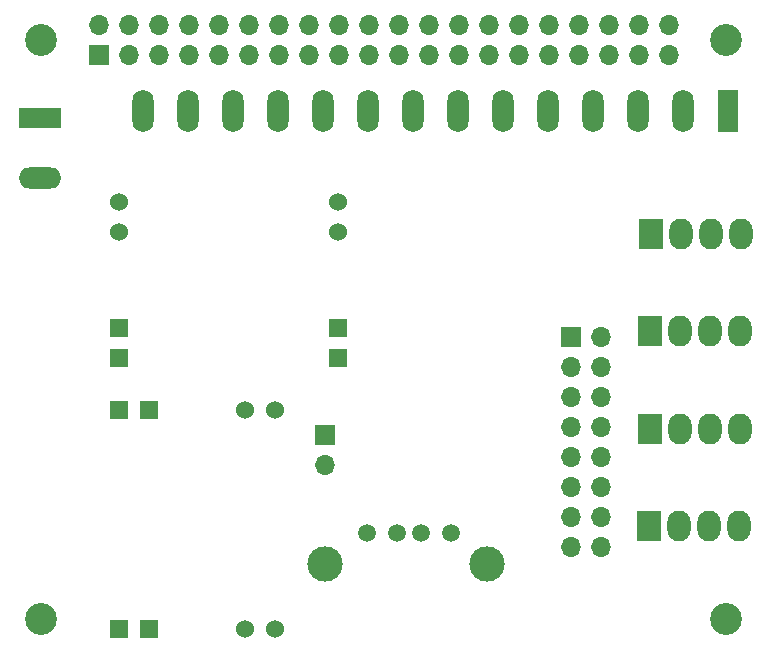
<source format=gbs>
G04 #@! TF.GenerationSoftware,KiCad,Pcbnew,(5.1.8)-1*
G04 #@! TF.CreationDate,2021-08-31T14:43:48+02:00*
G04 #@! TF.ProjectId,fanboard3,66616e62-6f61-4726-9433-2e6b69636164,rev?*
G04 #@! TF.SameCoordinates,Original*
G04 #@! TF.FileFunction,Soldermask,Bot*
G04 #@! TF.FilePolarity,Negative*
%FSLAX46Y46*%
G04 Gerber Fmt 4.6, Leading zero omitted, Abs format (unit mm)*
G04 Created by KiCad (PCBNEW (5.1.8)-1) date 2021-08-31 14:43:48*
%MOMM*%
%LPD*%
G01*
G04 APERTURE LIST*
%ADD10R,1.700000X1.700000*%
%ADD11O,1.700000X1.700000*%
%ADD12R,1.800000X3.600000*%
%ADD13O,1.800000X3.600000*%
%ADD14R,1.524000X1.524000*%
%ADD15C,1.524000*%
%ADD16C,1.500000*%
%ADD17C,3.000000*%
%ADD18R,2.000000X2.600000*%
%ADD19O,2.000000X2.600000*%
%ADD20R,3.600000X1.800000*%
%ADD21O,3.600000X1.800000*%
%ADD22C,2.700000*%
G04 APERTURE END LIST*
D10*
X248350000Y-122650000D03*
D11*
X250890000Y-122650000D03*
X248350000Y-125190000D03*
X250890000Y-125190000D03*
X248350000Y-127730000D03*
X250890000Y-127730000D03*
X248350000Y-130270000D03*
X250890000Y-130270000D03*
X248350000Y-132810000D03*
X250890000Y-132810000D03*
X248350000Y-135350000D03*
X250890000Y-135350000D03*
X248350000Y-137890000D03*
X250890000Y-137890000D03*
X248350000Y-140430000D03*
X250890000Y-140430000D03*
D12*
X261600000Y-103500000D03*
D13*
X257790000Y-103500000D03*
X253980000Y-103500000D03*
X250170000Y-103500000D03*
X246360000Y-103500000D03*
X242550000Y-103500000D03*
X238740000Y-103500000D03*
X234930000Y-103500000D03*
X231120000Y-103500000D03*
X227310000Y-103500000D03*
X223500000Y-103500000D03*
X219690000Y-103500000D03*
X215880000Y-103500000D03*
X212070000Y-103500000D03*
D14*
X210100000Y-147400000D03*
X210100000Y-128848000D03*
X212640000Y-147400000D03*
X212640000Y-128848000D03*
D15*
X220768000Y-147400000D03*
X220768000Y-128848000D03*
X223308000Y-147400000D03*
X223308000Y-128848000D03*
D14*
X228600000Y-124400000D03*
X210048000Y-124400000D03*
X228600000Y-121860000D03*
X210048000Y-121860000D03*
D15*
X228600000Y-113732000D03*
X210048000Y-113732000D03*
X228600000Y-111192000D03*
X210048000Y-111192000D03*
D10*
X227500000Y-130900000D03*
D11*
X227500000Y-133440000D03*
D16*
X238210000Y-139200000D03*
X235670000Y-139200000D03*
X233640000Y-139200000D03*
X231100000Y-139200000D03*
D17*
X241260000Y-141870000D03*
X227540000Y-141870000D03*
D18*
X254980000Y-138650000D03*
D19*
X257520000Y-138650000D03*
X260060000Y-138650000D03*
X262600000Y-138650000D03*
D18*
X255050000Y-130400000D03*
D19*
X257590000Y-130400000D03*
X260130000Y-130400000D03*
X262670000Y-130400000D03*
D18*
X255050000Y-122150000D03*
D19*
X257590000Y-122150000D03*
X260130000Y-122150000D03*
X262670000Y-122150000D03*
D18*
X255100000Y-113900000D03*
D19*
X257640000Y-113900000D03*
X260180000Y-113900000D03*
X262720000Y-113900000D03*
D20*
X203350000Y-104100000D03*
D21*
X203350000Y-109180000D03*
D10*
X208370000Y-98770000D03*
D11*
X208370000Y-96230000D03*
X210910000Y-98770000D03*
X210910000Y-96230000D03*
X213450000Y-98770000D03*
X213450000Y-96230000D03*
X215990000Y-98770000D03*
X215990000Y-96230000D03*
X218530000Y-98770000D03*
X218530000Y-96230000D03*
X221070000Y-98770000D03*
X221070000Y-96230000D03*
X223610000Y-98770000D03*
X223610000Y-96230000D03*
X226150000Y-98770000D03*
X226150000Y-96230000D03*
X228690000Y-98770000D03*
X228690000Y-96230000D03*
X231230000Y-98770000D03*
X231230000Y-96230000D03*
X233770000Y-98770000D03*
X233770000Y-96230000D03*
X236310000Y-98770000D03*
X236310000Y-96230000D03*
X238850000Y-98770000D03*
X238850000Y-96230000D03*
X241390000Y-98770000D03*
X241390000Y-96230000D03*
X243930000Y-98770000D03*
X243930000Y-96230000D03*
X246470000Y-98770000D03*
X246470000Y-96230000D03*
X249010000Y-98770000D03*
X249010000Y-96230000D03*
X251550000Y-98770000D03*
X251550000Y-96230000D03*
X254090000Y-98770000D03*
X254090000Y-96230000D03*
X256630000Y-98770000D03*
X256630000Y-96230000D03*
D22*
X261500000Y-146500000D03*
X203500000Y-146500000D03*
X261500000Y-97500000D03*
X203500000Y-97500000D03*
M02*

</source>
